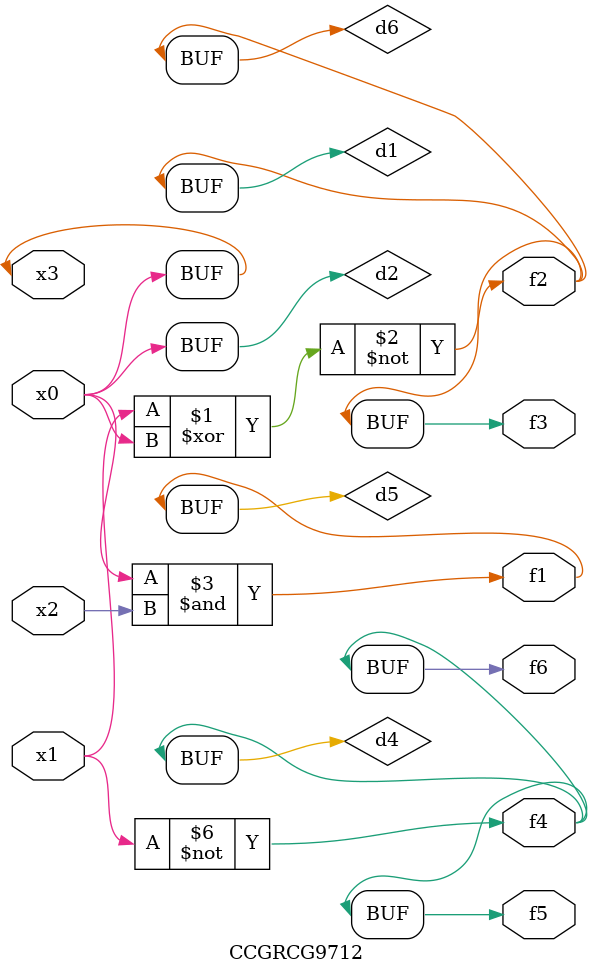
<source format=v>
module CCGRCG9712(
	input x0, x1, x2, x3,
	output f1, f2, f3, f4, f5, f6
);

	wire d1, d2, d3, d4, d5, d6;

	xnor (d1, x1, x3);
	buf (d2, x0, x3);
	nand (d3, x0, x2);
	not (d4, x1);
	nand (d5, d3);
	or (d6, d1);
	assign f1 = d5;
	assign f2 = d6;
	assign f3 = d6;
	assign f4 = d4;
	assign f5 = d4;
	assign f6 = d4;
endmodule

</source>
